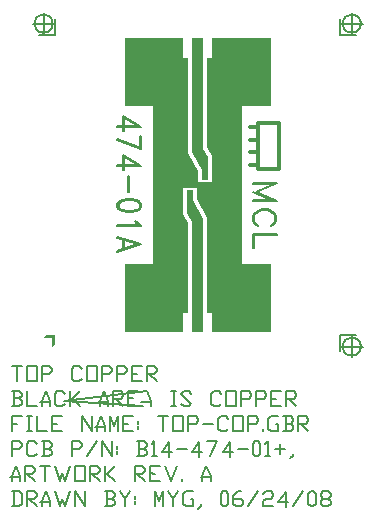
<source format=gbr>
G04 AutoGERB for AutoCAD 14/2000*
G04 RS274-X Output *
%FSLAX34Y34*%
%MOIN*%
%ADD12C,0.005000*%
%ADD13C,0.007000*%
%ADD14C,0.013448*%
%ADD15C,0.013000*%
%ADD16C,0.096000*%
G36*X-312Y0D02*X-396Y-90D01*X-90Y-90*X-90Y-396*X0Y-312*X0Y0*X-312Y0*G37*G54D12*X9887Y-83D02*X9840Y-87D01*X9795Y-97*X9751Y-115*X9711Y-140*X9675Y-170*X9645Y-206*X9620Y-246*X9602Y-289*X9591Y-335*X9587Y-381*G54D12*X9587Y-383D02*X9591Y-430D01*X9602Y-475*X9620Y-519*X9644Y-559*X9674Y-594*X9710Y-625*X9750Y-650*X9793Y-668*X9839Y-679*X9886Y-683*G54D12*X9500Y0D02*X10037Y0D01*G54D12*X9887Y-383D02*X9525Y-383D01*G54D12*X9500Y0D02*X9500Y-537D01*G54D12*X9887Y-683D02*X9934Y-679D01*X9979Y-668*X10023Y-650*X10063Y-626*X10099Y-595*X10129Y-560*X10154Y-520*X10172Y-477*X10183Y-431*X10187Y-384*G54D12*X9887Y-383D02*X9887Y-745D01*G54D12*X10187Y-383D02*X10183Y-336D01*X10172Y-290*X10155Y-247*X10130Y-207*X10100Y-171*X10064Y-141*X10024Y-116*X9981Y-98*X9935Y-87*X9889Y-83*G54D12*X9887Y-383D02*X10249Y-383D01*G54D12*X9887Y-383D02*X9887Y-21D01*G54D12*X-387Y10683D02*X-434Y10679D01*X-479Y10668*X-523Y10650*X-563Y10626*X-599Y10595*X-629Y10560*X-654Y10520*X-672Y10477*X-683Y10431*X-687Y10384*G54D12*X-687Y10383D02*X-683Y10336D01*X-672Y10290*X-655Y10247*X-630Y10207*X-600Y10171*X-564Y10141*X-524Y10116*X-481Y10098*X-435Y10087*X-389Y10083*G54D12*X-387Y10383D02*X-749Y10383D01*G54D12*X-387Y10083D02*X-340Y10087D01*X-295Y10097*X-251Y10115*X-211Y10140*X-175Y10170*X-145Y10206*X-120Y10246*X-102Y10289*X-91Y10335*X-87Y10381*G54D12*X-387Y10383D02*X-387Y10021D01*G54D12*X0Y10000D02*X0Y10537D01*G54D12*X0Y10000D02*X-537Y10000D01*G54D12*X-87Y10383D02*X-91Y10430D01*X-102Y10475*X-120Y10519*X-144Y10559*X-174Y10594*X-210Y10625*X-250Y10650*X-293Y10668*X-339Y10679*X-386Y10683*G54D12*X-387Y10383D02*X-25Y10383D01*G54D12*X-387Y10383D02*X-387Y10745D01*G54D12*X10187Y10383D02*X10183Y10430D01*X10172Y10475*X10155Y10519*X10130Y10559*X10100Y10594*X10064Y10625*X10024Y10650*X9981Y10668*X9935Y10679*X9889Y10683*G54D12*X9887Y10083D02*X9934Y10087D01*X9979Y10097*X10023Y10115*X10063Y10140*X10099Y10170*X10129Y10206*X10154Y10246*X10172Y10289*X10183Y10335*X10187Y10381*G54D12*X9887Y10383D02*X10249Y10383D01*G54D12*X9587Y10383D02*X9591Y10336D01*X9602Y10290
*X9620Y10247*X9644Y10207*X9674Y10171*X9710Y10141*X9750Y10116*X9793Y10098*X9839Y10087*X9886Y10083*G54D12*X9887Y10383D02*X9887Y10021D01*G54D12*X9500Y10000D02*X9500Y10537D01*G54D12*X9500Y10000D02*X10037Y10000D01*G54D12*X9887Y10683D02*X9840Y10679D01*X9795Y10668*X9751Y10650*X9711Y10626*X9675Y10595*X9645Y10560*X9620Y10520*X9602Y10477*X9591Y10431*X9587Y10384*G54D12*X9887Y10383D02*X9525Y10383D01*G54D12*X9887Y10383D02*X9887Y10745D01*G54D13*X2755Y6971D02*X2070Y6971D01*X2070Y6938*G54D13*X2869Y6938D02*X2070Y6938D01*G54D13*X2869Y6938D02*X2260Y7294D01*X2260Y6809*G54D13*X2755Y6971D02*X2260Y7262D01*G54D13*X2298Y7262D02*X2298Y6809D01*X2260Y6809*G54D13*X2869Y6647D02*X2869Y6193D01*X2070Y6517*G54D13*X2869Y6647D02*X2831Y6647D01*X2831Y6226*G54D13*X2869Y6226D02*X2070Y6550D01*X2070Y6517*G54D13*X2755Y5675D02*X2070Y5675D01*X2070Y5643*G54D13*X2869Y5643D02*X2070Y5643D01*G54D13*X2869Y5643D02*X2260Y5999D01*X2260Y5513*G54D13*X2755Y5675D02*X2260Y5967D01*G54D13*X2298Y5967D02*X2298Y5513D01*X2260Y5513*G54D13*X2450Y5319D02*X2450Y4769D01*X2412Y4769*G54D13*X2450Y5319D02*X2412Y5319D01*X2412Y4769*G54D13*X2870Y4348D02*X2831Y4445D01*X2717Y4510*X2527Y4542*X2412Y4542*X2222Y4510*X2108Y4445*X2070Y4348*X2070Y4283*X2108Y4186*X2222Y4121*X2412Y4089*X2527Y4089*X2717Y4121*X2831Y4186*X2870Y4283*X2870Y4348*G54D13*X2838Y4412D02*X2724Y4477D01*X2533Y4510*X2419Y4510*X2228Y4477*X2114Y4412*G54D13*X2152Y4445D02*X2114Y4348D01*X2114Y4283*X2152Y4186*G54D13*X2114Y4218D02*X2228Y4153D01*X2419Y4121*X2533Y4121*X2724Y4153*X2838Y4218*G54D13*X2800Y4186D02*X2838Y4283D01*X2838Y4348*X2800Y4445*G54D13*X2717Y3797D02*X2749Y3732D01*X2863Y3635*X2064Y3635*G54D13*X2711Y3797D02*X2672Y3797D01*X2704Y3732*X2780Y3668*X2057Y3668*X2057Y3635*G54D13*X2870Y3020D02*X2070Y3279D01*G54D13*X2755Y3020D02*X2070Y3247D01*X2070Y3279*G54D13*X2755Y3020D02*X2070Y2793D01*X2070Y2761*G54D13*X2870Y3020D02*X2070Y2761D01*G54D13*X2298Y3182D02*X2298Y2858D01*G54D13*X2260Y3214D02*X2260Y2826D01*G54D13*X7382Y5078D02*X6583Y5078D01*G54D13*X7192Y5040D02*X6583Y5040D01*X6583Y5078*G54D1
3*X7192Y5040D02*X6583Y4773D01*G54D13*X7382Y5078D02*X6697Y4773D01*G54D13*X7382Y4469D02*X6697Y4773D01*G54D13*X7192Y4507D02*X6583Y4773D01*G54D13*X7192Y4507D02*X6583Y4507D01*X6583Y4469*G54D13*X7382Y4469D02*X6583Y4469D01*G54D13*X7192Y3630D02*X7268Y3662D01*X7344Y3738*X7376Y3814*X7376Y3967*X7344Y4043*X7268Y4119*X7192Y4151*X7078Y4189*X6887Y4189*X6773Y4151*X6697Y4119*X6621Y4043*X6589Y3967*X6589Y3814*X6621Y3738*X6697Y3662*X6773Y3630*G54D13*X7192Y3630D02*X7192Y3669D01*X7268Y3700*X7306Y3738*X7338Y3814*X7338Y3967*X7306Y4043*X7192Y4119*X7078Y4157*X6887Y4157*X6773Y4119*X6659Y4043*X6627Y3967*X6627Y3814*X6659Y3738*X6697Y3700*X6773Y3669*X6773Y3630*G54D13*X7382Y3364D02*X6583Y3364D01*G54D13*X7382Y3364D02*X7382Y3326D01*X6621Y3326*X6621Y2907*X6583Y2907*G54D13*X6583Y3364D02*X6583Y2907D01*G54D14*X6481Y6514D02*X6762Y6514D01*G54D14*X6481Y5673D02*X6762Y5673D01*G54D14*X6481Y6094D02*X6762Y6094D01*G54D14*X6481Y6934D02*X6762Y6934D01*G54D14*X6762Y6304D02*X6762Y5533D01*X7462Y5533*X7462Y6304*G54D14*X6762Y6304D02*X6762Y7074D01*X7462Y7074*X7462Y6304*G36*X2313Y2380D02*X3275Y2380D01*X3275Y7620*X2313Y7620*X2313Y9900*X4260Y9900*X4260Y9250*X4430Y9250*X4430Y6081*X4777Y5479*X4777Y5104*X5234Y5104*X5234Y5968*X5070Y6253*X5070Y9250*X5240Y9250*X5240Y9900*X7187Y9900*X7187Y7620*X6225Y7620*X6225Y2380*X7187Y2380*X7187Y100*X5240Y100*X5240Y750*X5070Y750*X5070Y3919*X4723Y4521*X4723Y4896*X4266Y4896*X4266Y4032*X4430Y3747*X4430Y750*X4260Y750*X4260Y100*X2313Y100*X2313Y2380*G37*G36*X4940Y100D02*X4560Y100D01*X4560Y3782*X4396Y4067*X4396Y4821*X4593Y4821*X4593Y4486*X4940Y3884*X4940Y100*G37*G54D13*X-1451Y-5698D02*X-1201Y-5698D01*X-1118Y-5615*X-1118Y-5282*X-1202Y-5198*X-1451Y-5198*G54D13*X-1368Y-5198D02*X-1368Y-5698D01*G54D13*X-951Y-5698D02*X-951Y-5198D01*X-701Y-5198*X-618Y-5282*X-618Y-5365*X-701Y-5449*X-951Y-5449*G54D13*X-868Y-5449D02*X-618Y-5698D01*G54D13*X-451Y-5698D02*X-451Y-5532D01*X-313Y-5198*X-175Y-5532*X-175Y-5698*G54D13*X-509Y-5560D02*X-175Y-5560D01*G54D13*X-9Y-5198D02*X158Y-5698D01*X241Y-5448*X325Y-5698*X491Y-5198*G54D13
*X658Y-5698D02*X658Y-5198D01*X991Y-5698*X991Y-5198*G54D13*X1658Y-5698D02*X1908Y-5698D01*X1991Y-5615*X1991Y-5532*X1908Y-5448*X1741Y-5448*G54D13*X1908Y-5448D02*X1991Y-5365D01*X1991Y-5282*X1908Y-5198*X1658Y-5198*G54D13*X1741Y-5198D02*X1741Y-5698D01*G54D13*X2158Y-5198D02*X2325Y-5448D01*X2325Y-5698*G54D13*X2325Y-5448D02*X2491Y-5198D01*G54D13*X2658Y-5365D02*X2658Y-5449D01*G54D13*X2658Y-5532D02*X2658Y-5615D01*G54D13*X3325Y-5698D02*X3325Y-5199D01*X3463Y-5532*X3601Y-5198*X3601Y-5698*G54D13*X3767Y-5198D02*X3934Y-5448D01*X3934Y-5698*G54D13*X3934Y-5448D02*X4101Y-5198D01*G54D13*X4517Y-5448D02*X4601Y-5448D01*X4601Y-5698*X4351Y-5698*X4267Y-5615*X4267Y-5282*X4351Y-5198*X4601Y-5198*G54D13*X4851Y-5615D02*X4851Y-5698D01*X4767Y-5781*G54D13*X5601Y-5698D02*X5517Y-5615D01*X5517Y-5282*X5601Y-5198*X5684Y-5198*X5767Y-5282*X5767Y-5615*X5684Y-5698*X5601Y-5698*G54D13*X5934Y-5448D02*X6184Y-5449D01*X6267Y-5532*X6267Y-5615*X6184Y-5698*X6017Y-5698*X5934Y-5615*X5934Y-5365*X6101Y-5198*X6184Y-5198*G54D13*X6434Y-5698D02*X6767Y-5199D01*G54D13*X6934Y-5282D02*X7017Y-5198D01*X7184Y-5198*X7267Y-5282*X7267Y-5365*X7184Y-5449*X7017Y-5449*X6934Y-5532*X6934Y-5698*X7267Y-5698*G54D13*X7767Y-5560D02*X7434Y-5560D01*X7684Y-5227*X7684Y-5726*G54D13*X7934Y-5698D02*X8267Y-5198D01*G54D13*X8517Y-5698D02*X8434Y-5615D01*X8434Y-5282*X8517Y-5198*X8601Y-5198*X8684Y-5282*X8684Y-5615*X8601Y-5698*X8517Y-5698*G54D13*X8934Y-5698D02*X8851Y-5615D01*X8851Y-5532*X8934Y-5448*X9101Y-5448*X9184Y-5365*X9184Y-5282*X9101Y-5198*X8934Y-5198*X8851Y-5282*X8851Y-5365*X8934Y-5448*G54D13*X9101Y-5448D02*X9184Y-5532D01*X9184Y-5615*X9101Y-5698*X8934Y-5698*G54D13*X-1451Y-4031D02*X-1451Y-3531D01*X-1201Y-3531*X-1118Y-3615*X-1118Y-3698*X-1201Y-3782*X-1451Y-3782*G54D13*X-618Y-3948D02*X-701Y-4031D01*X-868Y-4031*X-951Y-3948*X-952Y-3615*X-868Y-3531*X-701Y-3531*X-618Y-3615*G54D13*X-451Y-4031D02*X-201Y-4031D01*X-118Y-3948*X-118Y-3865*X-201Y-3781*X-368Y-3781*G54D13*X-201Y-3781D02*X-118Y-3698D01*X-118Y-3615*X-201Y-3531*X-452Y-3531*G54D13*X-368Y-3531D02*X-368Y-4031
D01*G54D13*X549Y-4031D02*X549Y-3531D01*X799Y-3531*X882Y-3615*X882Y-3698*X799Y-3782*X549Y-3782*G54D13*X1049Y-4031D02*X1382Y-3531D01*G54D13*X1549Y-4031D02*X1549Y-3532D01*X1882Y-4031*X1882Y-3531*G54D13*X2049Y-3698D02*X2049Y-3782D01*G54D13*X2049Y-3865D02*X2049Y-3948D01*G54D13*X2715Y-4031D02*X2965Y-4031D01*X3048Y-3948*X3048Y-3865*X2965Y-3781*X2798Y-3781*G54D13*X2965Y-3781D02*X3048Y-3698D01*X3048Y-3615*X2965Y-3531*X2715Y-3531*G54D13*X2798Y-3531D02*X2798Y-4031D01*G54D13*X3215Y-3615D02*X3298Y-3531D01*X3298Y-4031*G54D13*X3215Y-4031D02*X3382Y-4031D01*G54D13*X3882Y-3893D02*X3548Y-3893D01*X3798Y-3560*X3799Y-4059*G54D13*X4048Y-3781D02*X4382Y-3782D01*G54D13*X4882Y-3893D02*X4549Y-3893D01*X4798Y-3560*X4799Y-4059*G54D13*X5048Y-3532D02*X5382Y-3531D01*X5175Y-4031*G54D13*X5925Y-3893D02*X5591Y-3893D01*X5841Y-3560*X5841Y-4059*G54D13*X6091Y-3781D02*X6425Y-3781D01*G54D13*X6675Y-4031D02*X6591Y-3948D01*X6591Y-3615*X6675Y-3531*X6758Y-3531*X6841Y-3615*X6841Y-3948*X6758Y-4031*X6675Y-4031*G54D13*X7008Y-3615D02*X7091Y-3531D01*X7091Y-4031*G54D13*X7008Y-4031D02*X7175Y-4031D01*G54D13*X7508Y-3962D02*X7508Y-3629D01*G54D13*X7675Y-3796D02*X7341Y-3796D01*G54D13*X7925Y-3948D02*X7925Y-4031D01*X7841Y-4114*G54D13*X-1451Y-3198D02*X-1451Y-2698D01*X-1118Y-2698*G54D13*X-1451Y-2948D02*X-1285Y-2948D01*G54D13*X-951Y-2698D02*X-785Y-2699D01*G54D13*X-868Y-2698D02*X-868Y-3198D01*G54D13*X-951Y-3198D02*X-785Y-3198D01*G54D13*X-618Y-2698D02*X-618Y-3198D01*X-285Y-3198*G54D13*X-118Y-3198D02*X-118Y-2698D01*X215Y-2698*G54D13*X-118Y-2949D02*X49Y-2949D01*G54D13*X-118Y-3198D02*X215Y-3198D01*G54D13*X882Y-3198D02*X882Y-2698D01*X1215Y-3198*X1215Y-2699*G54D13*X1382Y-3198D02*X1382Y-3032D01*X1520Y-2699*X1658Y-3032*X1658Y-3198*G54D13*X1325Y-3060D02*X1658Y-3060D01*G54D13*X1825Y-3198D02*X1825Y-2698D01*X1963Y-3032*X2101Y-2698*X2101Y-3198*G54D13*X2267Y-3198D02*X2267Y-2698D01*X2601Y-2698*G54D13*X2267Y-2949D02*X2434Y-2948D01*G54D13*X2267Y-3198D02*X2601Y-3198D01*G54D13*X2767Y-2865D02*X2767Y-2948D01*G54D13*X2767Y-3032D02*X2767Y-3115D01*G54D13*X
3434Y-2698D02*X3767Y-2698D01*G54D13*X3601Y-2698D02*X3601Y-3198D01*G54D13*X3934Y-3198D02*X3934Y-2698D01*X4267Y-2698*X4267Y-3198*X3934Y-3198*G54D13*X4434Y-3198D02*X4434Y-2698D01*X4684Y-2698*X4767Y-2782*X4767Y-2865*X4684Y-2949*X4434Y-2949*G54D13*X4934Y-2948D02*X5267Y-2948D01*G54D13*X5767Y-3115D02*X5684Y-3198D01*X5517Y-3198*X5434Y-3115*X5434Y-2782*X5517Y-2698*X5684Y-2698*X5767Y-2782*G54D13*X5934Y-3198D02*X5934Y-2699D01*X6267Y-2699*X6267Y-3198*X5934Y-3198*G54D13*X6434Y-3198D02*X6434Y-2698D01*X6684Y-2698*X6767Y-2782*X6767Y-2865*X6684Y-2949*X6434Y-2949*G54D13*X6934Y-3198D02*X6934Y-3115D01*G54D13*X7351Y-2948D02*X7434Y-2948D01*X7434Y-3198*X7184Y-3198*X7101Y-3115*X7101Y-2782*X7184Y-2698*X7434Y-2698*G54D13*X7601Y-3198D02*X7851Y-3198D01*X7934Y-3115*X7934Y-3032*X7851Y-2948*X7684Y-2948*G54D13*X7851Y-2948D02*X7934Y-2865D01*X7934Y-2782*X7851Y-2698*X7601Y-2698*G54D13*X7684Y-2698D02*X7684Y-3198D01*G54D13*X8101Y-3198D02*X8101Y-2699D01*X8351Y-2698*X8434Y-2782*X8434Y-2865*X8351Y-2949*X8101Y-2949*G54D13*X8184Y-2949D02*X8434Y-3198D01*G54D13*X-1451Y-2364D02*X-1201Y-2364D01*X-1118Y-2281*X-1118Y-2198*X-1201Y-2114*X-1368Y-2114*G54D13*X-1201Y-2114D02*X-1118Y-2031D01*X-1118Y-1948*X-1201Y-1864*X-1451Y-1864*G54D13*X-1368Y-1864D02*X-1368Y-2364D01*G54D13*X-951Y-1864D02*X-951Y-2364D01*X-618Y-2364*G54D13*X-451Y-2364D02*X-451Y-2198D01*X-313Y-1864*X-175Y-2198*X-175Y-2364*G54D13*X-509Y-2226D02*X-175Y-2226D01*G54D13*X325Y-2281D02*X241Y-2364D01*X75Y-2364*X-9Y-2281*X-9Y-1948*X75Y-1864*X241Y-1864*X325Y-1948*G54D13*X491Y-2364D02*X491Y-1864D01*G54D13*X825Y-1865D02*X575Y-2115D01*X491Y-2115*G54D13*X575Y-2115D02*X825Y-2364D01*G54D13*X1491Y-2364D02*X1491Y-2198D01*X1629Y-1864*X1767Y-2198*X1767Y-2364*G54D13*X1434Y-2226D02*X1767Y-2226D01*G54D13*X1934Y-2364D02*X1934Y-1864D01*X2184Y-1864*X2267Y-1948*X2267Y-2031*X2184Y-2115*X1934Y-2115*G54D13*X2017Y-2115D02*X2267Y-2364D01*G54D13*X2434Y-2364D02*X2434Y-1864D01*X2767Y-1864*G54D13*X2434Y-2114D02*X2601Y-2114D01*G54D13*X2434Y-2364D02*X2767Y-2364D01*G54D13*X2934Y-2364D02*X293
4Y-2198D01*X3072Y-1864*X3210Y-2198*X3210Y-2364*G54D13*X2877Y-2226D02*X3210Y-2226D01*G54D13*X3877Y-1864D02*X4044Y-1865D01*G54D13*X3960Y-1864D02*X3960Y-2364D01*G54D13*X3877Y-2364D02*X4044Y-2364D01*G54D13*X4210Y-2281D02*X4294Y-2364D01*X4460Y-2364*X4544Y-2281*X4210Y-1948*X4294Y-1864*X4460Y-1864*X4544Y-1948*G54D13*X5544Y-2281D02*X5460Y-2364D01*X5294Y-2364*X5210Y-2281*X5210Y-1948*X5294Y-1864*X5460Y-1864*X5544Y-1948*G54D13*X5710Y-2364D02*X5710Y-1864D01*X6044Y-1864*X6044Y-2364*X5710Y-2364*G54D13*X6210Y-2364D02*X6210Y-1864D01*X6460Y-1864*X6544Y-1948*X6544Y-2031*X6460Y-2115*X6210Y-2115*G54D13*X6710Y-2364D02*X6710Y-1864D01*X6960Y-1865*X7044Y-1948*X7044Y-2031*X6960Y-2115*X6710Y-2115*G54D13*X7210Y-2364D02*X7210Y-1864D01*X7544Y-1864*G54D13*X7210Y-2115D02*X7377Y-2115D01*G54D13*X7210Y-2364D02*X7544Y-2364D01*G54D13*X7710Y-2364D02*X7710Y-1864D01*X7960Y-1864*X8044Y-1948*X8044Y-2031*X7960Y-2115*X7710Y-2115*G54D13*X7794Y-2115D02*X8044Y-2364D01*G54D13*X-1451Y-4864D02*X-1451Y-4698D01*X-1313Y-4364*X-1175Y-4698*X-1175Y-4864*G54D13*X-1508Y-4726D02*X-1175Y-4726D01*G54D13*X-1009Y-4864D02*X-1009Y-4364D01*X-759Y-4364*X-675Y-4448*X-675Y-4531*X-759Y-4615*X-1009Y-4615*G54D13*X-925Y-4615D02*X-675Y-4864D01*G54D13*X-509Y-4365D02*X-175Y-4364D01*G54D13*X-342Y-4364D02*X-342Y-4864D01*G54D13*X-9Y-4364D02*X158Y-4864D01*X241Y-4614*X325Y-4864*X491Y-4364*G54D13*X658Y-4864D02*X658Y-4364D01*X991Y-4364*X991Y-4864*X658Y-4864*G54D13*X1158Y-4864D02*X1158Y-4364D01*X1408Y-4364*X1491Y-4448*X1491Y-4531*X1408Y-4615*X1158Y-4615*G54D13*X1241Y-4615D02*X1491Y-4864D01*G54D13*X1658Y-4864D02*X1658Y-4364D01*G54D13*X1991Y-4365D02*X1741Y-4615D01*X1658Y-4615*G54D13*X1741Y-4615D02*X1991Y-4864D01*G54D13*X2658Y-4864D02*X2658Y-4364D01*X2908Y-4364*X2991Y-4448*X2991Y-4531*X2908Y-4615*X2658Y-4615*G54D13*X2741Y-4615D02*X2991Y-4864D01*G54D13*X3158Y-4864D02*X3158Y-4365D01*X3491Y-4364*G54D13*X3158Y-4614D02*X3325Y-4615D01*G54D13*X3158Y-4864D02*X3491Y-4864D01*G54D13*X3658Y-4364D02*X3865Y-4864D01*X4072Y-4364*G54D13*X4239Y-4864D02*X4239Y-4781D01*
G54D13*X4906Y-4864D02*X4906Y-4698D01*X5044Y-4365*X5182Y-4698*X5182Y-4864*G54D13*X4848Y-4726D02*X5182Y-4726D01*G54D13*X-1451Y-1031D02*X-1118Y-1031D01*G54D13*X-1285Y-1032D02*X-1285Y-1531D01*G54D13*X-951Y-1531D02*X-951Y-1031D01*X-618Y-1031*X-618Y-1531*X-951Y-1531*G54D13*X-451Y-1531D02*X-451Y-1031D01*X-201Y-1031*X-118Y-1115*X-118Y-1198*X-201Y-1282*X-452Y-1282*G54D13*X882Y-1448D02*X799Y-1531D01*X632Y-1531*X549Y-1448*X549Y-1115*X632Y-1031*X799Y-1031*X882Y-1115*G54D13*X1049Y-1531D02*X1049Y-1031D01*X1382Y-1031*X1382Y-1531*X1049Y-1531*G54D13*X1549Y-1531D02*X1549Y-1032D01*X1799Y-1031*X1882Y-1115*X1882Y-1198*X1799Y-1282*X1549Y-1282*G54D13*X2049Y-1531D02*X2049Y-1032D01*X2299Y-1031*X2382Y-1115*X2382Y-1198*X2299Y-1282*X2049Y-1282*G54D13*X2549Y-1531D02*X2549Y-1031D01*X2882Y-1031*G54D13*X2549Y-1281D02*X2715Y-1282D01*G54D13*X2549Y-1531D02*X2882Y-1531D01*G54D13*X3049Y-1531D02*X3049Y-1032D01*X3299Y-1032*X3382Y-1115*X3382Y-1198*X3299Y-1282*X3049Y-1282*G54D13*X3132Y-1282D02*X3382Y-1531D01*G36*X4560Y9900D02*X4940Y9900D01*X4940Y6218*X5104Y5933*X5104Y5179*X4907Y5179*X4907Y5514*X4560Y6116*X4560Y9900*G37*M02*

	THIS DOCUMENT AND ITS CONTENTS ARE OWNED BY, AND ARE
THE CONFIDENTIAL AND PROPRIETARY INFORMATION OF, MINI-CIRCUITS
("CONFIDENTIAL INFORMATION") AND MINI-CIRCUITS RESERVES ALL
DESIGN, USE, MANUFACTURING AND REPRODUCTION RIGHTS THERETO.
UNLESS OTHERWISE EXPRESSLY AGREED TO IN WRITING BY MINI-
CIRCUITS, THE CONFIDENTIAL INFROMATION WILL: (i) BE USED BY MINI-
CIRCUITS' VENDORS, VENDEES, OR THE UNITED STATES GOVERNMENT
("RECEIVING PARTY") SOLELY TO PROMOTE THE COMMERCIAL
RELATIONSHIP BETWEEN RECEIVING PARTY AND MINI-CIRCUITS
("PURPOSE") AND THEN ONLY TO THE EXTENT SPECIFIED BY MINI-
CIRCUITS; (ii) NOT BE USED FOR ANY OTHER PURPOSE AND NOT BE USED
IN ANY WAY DETRIMENTAL TO MINI-CIRCUITS OR TO COMPETE AGAINST
MINI-CIRCUITS; AND (iii) BE KEPT CONFIDENTIAL BY THE RECEIVING PARTY
AND RECEIVING PARTY AGREES NOT TO DISCLOSE THE CONFIDENTIAL
INFORMATION TO ANY THIRD PARTY.

</source>
